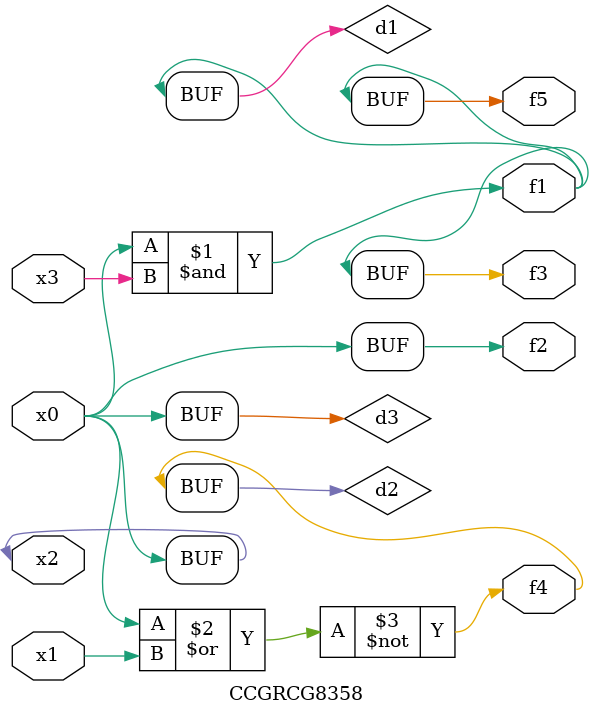
<source format=v>
module CCGRCG8358(
	input x0, x1, x2, x3,
	output f1, f2, f3, f4, f5
);

	wire d1, d2, d3;

	and (d1, x2, x3);
	nor (d2, x0, x1);
	buf (d3, x0, x2);
	assign f1 = d1;
	assign f2 = d3;
	assign f3 = d1;
	assign f4 = d2;
	assign f5 = d1;
endmodule

</source>
